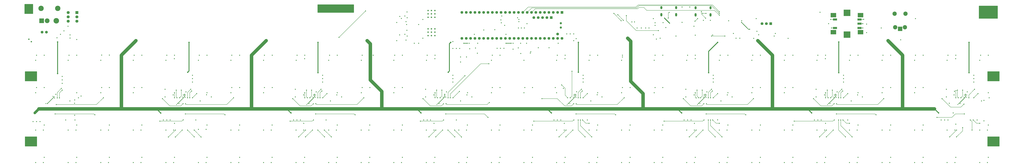
<source format=gbr>
%TF.GenerationSoftware,KiCad,Pcbnew,8.0.6*%
%TF.CreationDate,2025-09-01T21:23:37+02:00*%
%TF.ProjectId,JANKO_KICAD_5,4a414e4b-4f5f-44b4-9943-41445f352e6b,rev?*%
%TF.SameCoordinates,Original*%
%TF.FileFunction,Copper,L1,Top*%
%TF.FilePolarity,Positive*%
%FSLAX46Y46*%
G04 Gerber Fmt 4.6, Leading zero omitted, Abs format (unit mm)*
G04 Created by KiCad (PCBNEW 8.0.6) date 2025-09-01 21:23:37*
%MOMM*%
%LPD*%
G01*
G04 APERTURE LIST*
%TA.AperFunction,ComponentPad*%
%ADD10R,1.750000X1.750000*%
%TD*%
%TA.AperFunction,ComponentPad*%
%ADD11C,1.750000*%
%TD*%
%TA.AperFunction,ComponentPad*%
%ADD12C,1.600000*%
%TD*%
%TA.AperFunction,ComponentPad*%
%ADD13R,1.600000X1.600000*%
%TD*%
%TA.AperFunction,ComponentPad*%
%ADD14C,1.300000*%
%TD*%
%TA.AperFunction,SMDPad,CuDef*%
%ADD15R,2.400000X1.300000*%
%TD*%
%TA.AperFunction,SMDPad,CuDef*%
%ADD16R,4.000000X3.750000*%
%TD*%
%TA.AperFunction,SMDPad,CuDef*%
%ADD17R,3.200000X2.500000*%
%TD*%
%TA.AperFunction,ComponentPad*%
%ADD18R,2.800000X2.800000*%
%TD*%
%TA.AperFunction,ComponentPad*%
%ADD19C,3.225000*%
%TD*%
%TA.AperFunction,ComponentPad*%
%ADD20C,2.800000*%
%TD*%
%TA.AperFunction,ComponentPad*%
%ADD21C,3.135000*%
%TD*%
%TA.AperFunction,ComponentPad*%
%ADD22R,2.500000X2.500000*%
%TD*%
%TA.AperFunction,ComponentPad*%
%ADD23C,2.500000*%
%TD*%
%TA.AperFunction,ComponentPad*%
%ADD24R,1.635000X1.635000*%
%TD*%
%TA.AperFunction,ComponentPad*%
%ADD25C,1.635000*%
%TD*%
%TA.AperFunction,ComponentPad*%
%ADD26O,1.200000X2.000000*%
%TD*%
%TA.AperFunction,ComponentPad*%
%ADD27O,1.200000X1.800000*%
%TD*%
%TA.AperFunction,ViaPad*%
%ADD28C,0.600000*%
%TD*%
%TA.AperFunction,ViaPad*%
%ADD29C,0.500000*%
%TD*%
%TA.AperFunction,ViaPad*%
%ADD30C,0.800000*%
%TD*%
%TA.AperFunction,Conductor*%
%ADD31C,0.200000*%
%TD*%
%TA.AperFunction,Conductor*%
%ADD32C,0.500000*%
%TD*%
%TA.AperFunction,Conductor*%
%ADD33C,0.300000*%
%TD*%
%TA.AperFunction,Conductor*%
%ADD34C,2.000000*%
%TD*%
%TA.AperFunction,Conductor*%
%ADD35C,1.500000*%
%TD*%
%TA.AperFunction,Conductor*%
%ADD36C,0.350000*%
%TD*%
G04 APERTURE END LIST*
D10*
%TO.P,S4,1,NO_1*%
%TO.N,Net-(S4-NO_1)*%
X31040000Y94540000D03*
D11*
%TO.P,S4,2,COM_1*%
%TO.N,/VCC*%
X31040000Y92000000D03*
%TO.P,S4,3,NC_1*%
%TO.N,GND*%
X31040000Y89460000D03*
%TO.P,S4,4,NO_2*%
%TO.N,Net-(S4-NO_1)*%
X25960000Y94540000D03*
%TO.P,S4,5,COM_2*%
%TO.N,/VCC*%
X25960000Y92000000D03*
%TO.P,S4,6,NC_2*%
%TO.N,GND*%
X25960000Y89460000D03*
%TD*%
D12*
%TO.P,C3,1,1*%
%TO.N,Net-(D1-K)*%
X10729999Y83000000D03*
%TO.P,C3,2,2*%
%TO.N,GND*%
X13270001Y83000000D03*
%TD*%
D13*
%TO.P,U3,1,GND*%
%TO.N,GND*%
X314210000Y94620000D03*
D12*
%TO.P,U3,2,0_RX1_CRX2_CS1*%
%TO.N,unconnected-(U3-0_RX1_CRX2_CS1-Pad2)*%
X311670000Y94620000D03*
%TO.P,U3,3,1_TX1_CTX2_MISO1*%
%TO.N,unconnected-(U3-1_TX1_CTX2_MISO1-Pad3)*%
X309130000Y94620000D03*
%TO.P,U3,4,2_OUT2*%
%TO.N,/HOST_UFP*%
X306590000Y94620000D03*
%TO.P,U3,5,3_LRCLK2*%
%TO.N,/DEVICE_HIGH*%
X304050000Y94620000D03*
%TO.P,U3,6,4_BCLK2*%
%TO.N,/+O*%
X301510000Y94620000D03*
%TO.P,U3,7,5_IN2*%
%TO.N,/-O*%
X298970000Y94620000D03*
%TO.P,U3,8,6_OUT1D*%
%TO.N,/p1*%
X296430000Y94620000D03*
%TO.P,U3,9,7_RX2_OUT1A*%
%TO.N,/p2*%
X293890000Y94620000D03*
%TO.P,U3,10,8_TX2_IN1*%
%TO.N,/p3*%
X291350000Y94620000D03*
%TO.P,U3,11,9_OUT1C*%
%TO.N,unconnected-(U3-9_OUT1C-Pad11)*%
X288810000Y94620000D03*
%TO.P,U3,12,10_CS_MQSR*%
%TO.N,/LED_2_IN*%
X286270000Y94620000D03*
%TO.P,U3,13,11_MOSI_CTX1*%
%TO.N,unconnected-(U3-11_MOSI_CTX1-Pad13)*%
X283730000Y94620000D03*
%TO.P,U3,14,12_MISO_MQSL*%
%TO.N,/LED_1_IN*%
X281190000Y94620000D03*
%TO.P,U3,15,3V3*%
%TO.N,unconnected-(U3-3V3-Pad15)*%
X278650000Y94620000D03*
%TO.P,U3,16,24_A10_TX6_SCL2*%
%TO.N,unconnected-(U3-24_A10_TX6_SCL2-Pad16)*%
X276110000Y94620000D03*
%TO.P,U3,17,25_A11_RX6_SDA2*%
%TO.N,unconnected-(U3-25_A11_RX6_SDA2-Pad17)*%
X273570000Y94620000D03*
%TO.P,U3,18,26_A12_MOSI1*%
%TO.N,unconnected-(U3-26_A12_MOSI1-Pad18)*%
X271030000Y94620000D03*
%TO.P,U3,19,27_A13_SCK1*%
%TO.N,unconnected-(U3-27_A13_SCK1-Pad19)*%
X268490000Y94620000D03*
%TO.P,U3,20,28_RX7*%
%TO.N,unconnected-(U3-28_RX7-Pad20)*%
X265950000Y94620000D03*
%TO.P,U3,21,29_TX7*%
%TO.N,unconnected-(U3-29_TX7-Pad21)*%
X263410000Y94620000D03*
%TO.P,U3,22,30_CRX3*%
%TO.N,unconnected-(U3-30_CRX3-Pad22)*%
X260870000Y94620000D03*
%TO.P,U3,23,31_CTX3*%
%TO.N,unconnected-(U3-31_CTX3-Pad23)*%
X258330000Y94620000D03*
%TO.P,U3,24,32_OUT1B*%
%TO.N,unconnected-(U3-32_OUT1B-Pad24)*%
X255790000Y94620000D03*
%TO.P,U3,25,33_MCLK2*%
%TO.N,unconnected-(U3-33_MCLK2-Pad25)*%
X255790000Y79380000D03*
%TO.P,U3,26,34_RX8*%
%TO.N,/MUX2_S1*%
X258330000Y79380000D03*
%TO.P,U3,27,35_TX8*%
%TO.N,/MUX2_S0*%
X260870000Y79380000D03*
%TO.P,U3,28,36_CS*%
%TO.N,/MUX2_S2*%
X263410000Y79380000D03*
%TO.P,U3,29,37_CS*%
%TO.N,/MUX2_S3*%
X265950000Y79380000D03*
%TO.P,U3,30,38_CS1_IN1*%
%TO.N,/OPA4_ADC*%
X268490000Y79380000D03*
%TO.P,U3,31,39_MISO1_OUT1A*%
%TO.N,/OPA3_ADC*%
X271030000Y79380000D03*
%TO.P,U3,32,40_A16*%
%TO.N,/OPA2_ADC*%
X273570000Y79380000D03*
%TO.P,U3,33,41_A17*%
%TO.N,/OPA1_ADC*%
X276110000Y79380000D03*
%TO.P,U3,34,GND*%
%TO.N,GND*%
X278650000Y79380000D03*
%TO.P,U3,35,13_SCK_LED*%
%TO.N,unconnected-(U3-13_SCK_LED-Pad35)*%
X281190000Y79380000D03*
%TO.P,U3,36,14_A0_TX3_SPDIF_OUT*%
%TO.N,/MUX1_S3*%
X283730000Y79380000D03*
%TO.P,U3,37,15_A1_RX3_SPDIF_IN*%
%TO.N,/MUX1_S2*%
X286270000Y79380000D03*
%TO.P,U3,38,16_A2_RX4_SCL1*%
%TO.N,/MUX1_S0*%
X288810000Y79380000D03*
%TO.P,U3,39,17_A3_TX4_SDA1*%
%TO.N,/MUX1_S1*%
X291350000Y79380000D03*
%TO.P,U3,40,18_A4_SDA*%
%TO.N,unconnected-(U3-18_A4_SDA-Pad40)*%
X293890000Y79380000D03*
%TO.P,U3,41,19_A5_SCL*%
%TO.N,unconnected-(U3-19_A5_SCL-Pad41)*%
X296430000Y79380000D03*
%TO.P,U3,42,20_A6_TX5_LRCLK1*%
%TO.N,/OPA5_ADC*%
X298970000Y79380000D03*
%TO.P,U3,43,21_A7_RX5_BCLK1*%
%TO.N,/OPA6_ADC*%
X301510000Y79380000D03*
%TO.P,U3,44,22_A8_CTX1*%
%TO.N,/OPA7_ADC*%
X304050000Y79380000D03*
%TO.P,U3,45,23_A9_CRX1_MCLK1*%
%TO.N,/OPA8_ADC*%
X306590000Y79380000D03*
%TO.P,U3,46,3V3*%
%TO.N,unconnected-(U3-3V3-Pad46)*%
X309130000Y79380000D03*
%TO.P,U3,47,GND*%
%TO.N,GND*%
X311670000Y79380000D03*
%TO.P,U3,48,VIN*%
%TO.N,/5v*%
X314210000Y79380000D03*
%TO.P,U3,49,VUSB*%
%TO.N,unconnected-(U3-VUSB-Pad49)*%
X311670000Y81920000D03*
D13*
%TO.P,U3,55,5V*%
%TO.N,unconnected-(U3-5V-Pad55)*%
X307910800Y91569200D03*
D12*
%TO.P,U3,56,D-*%
%TO.N,Net-(R7-Pad2)*%
X305370800Y91569200D03*
%TO.P,U3,57,D+*%
%TO.N,Net-(R27-Pad2)*%
X302830800Y91569200D03*
%TO.P,U3,58,GND*%
%TO.N,GND*%
X300290800Y91569200D03*
%TO.P,U3,59,GND*%
X297750800Y91569200D03*
D14*
%TO.P,U3,66,D-*%
%TO.N,/D_D1-*%
X313480000Y85730000D03*
%TO.P,U3,67,D+*%
%TO.N,/D_D1+*%
X313480000Y88270000D03*
%TD*%
D15*
%TO.P,U2,A1,A1*%
%TO.N,/R_ho*%
X487800000Y85500000D03*
%TO.P,U2,B1,B1*%
%TO.N,/R_antiho*%
X487800000Y90500000D03*
%TO.P,U2,C1,C1*%
%TO.N,GND*%
X487800000Y88000000D03*
%TO.P,U2,D1,COM*%
X473500000Y85500000D03*
%TO.P,U2,E1,NO*%
%TO.N,/Bouton_encodeur*%
X473500000Y90500000D03*
D16*
%TO.P,U2,MP1,MP1*%
%TO.N,unconnected-(U2-PadMP1)*%
X480500000Y81625000D03*
%TO.P,U2,MP2,MP2*%
%TO.N,unconnected-(U2-PadMP2)*%
X480500000Y94375000D03*
D17*
%TO.P,U2,MP3,MP3*%
%TO.N,unconnected-(U2-PadMP3)*%
X472600000Y83000000D03*
%TO.P,U2,MP4,MP4*%
%TO.N,unconnected-(U2-PadMP4)*%
X472600000Y93000000D03*
%TO.P,U2,MP5,MP5*%
%TO.N,unconnected-(U2-PadMP5)*%
X488400000Y83000000D03*
%TO.P,U2,MP6,MP6*%
%TO.N,unconnected-(U2-PadMP6)*%
X488400000Y93000000D03*
%TD*%
D18*
%TO.P,J1,1,1*%
%TO.N,6V*%
X10492000Y89700000D03*
D19*
%TO.P,J1,2,2*%
%TO.N,GND*%
X18992000Y89700000D03*
D20*
%TO.P,J1,3,3*%
X13692000Y89700000D03*
D21*
%TO.P,J1,4,MH1*%
X10092000Y97000000D03*
%TO.P,J1,5,MH2*%
X19892000Y97000000D03*
%TD*%
D22*
%TO.P,J2,1,SLEEVE*%
%TO.N,GND*%
X511500000Y85000000D03*
D23*
%TO.P,J2,2,TIP*%
%TO.N,/p3*%
X514700000Y93880000D03*
%TO.P,J2,3,RING_1*%
%TO.N,/p1*%
X508650000Y85880000D03*
%TO.P,J2,4,RING_2*%
%TO.N,/p2*%
X514350000Y85880000D03*
%TO.P,J2,5,NC*%
%TO.N,unconnected-(J2-NC-Pad5)*%
X508300000Y93880000D03*
%TD*%
D24*
%TO.P,S1,1,NC_R*%
%TO.N,/-O*%
X436040000Y88000000D03*
D25*
%TO.P,S1,2,COM*%
%TO.N,GND*%
X433500000Y88000000D03*
%TO.P,S1,3,NO_L*%
%TO.N,/+O*%
X430960000Y88000000D03*
%TD*%
D26*
%TO.P,HOST1,0,SH*%
%TO.N,GND*%
X372175000Y93245500D03*
%TO.P,HOST1,1,SH*%
X380825000Y93245500D03*
D27*
%TO.P,HOST1,2,SH*%
X380825000Y97425500D03*
%TO.P,HOST1,3,SH*%
X372175000Y97425500D03*
%TD*%
D26*
%TO.P,DEVICE1,0,SH*%
%TO.N,GND*%
X392175000Y93171000D03*
%TO.P,DEVICE1,1,SH*%
X400825000Y93171000D03*
D27*
%TO.P,DEVICE1,2,SH*%
X400825000Y97351000D03*
%TO.P,DEVICE1,3,SH*%
X392175000Y97351000D03*
%TD*%
D28*
%TO.N,GND*%
X387500000Y69500000D03*
X449000000Y28500000D03*
X273550000Y50500000D03*
X49500000Y6500000D03*
X223181250Y89181250D03*
X144500000Y25500000D03*
X121000000Y66500000D03*
X410500000Y25500000D03*
D29*
X394700337Y41086357D03*
D28*
X263675000Y73750000D03*
D29*
X472807923Y44875000D03*
D28*
X250500000Y57750000D03*
X7000000Y47501000D03*
X23475000Y83750000D03*
X481000000Y31500000D03*
X233000000Y79500000D03*
X372500000Y25500000D03*
X330500000Y69500000D03*
D29*
X322351000Y44875000D03*
D28*
X326500000Y55750000D03*
X202000000Y9500000D03*
X125500000Y6500000D03*
X27050000Y79550000D03*
X391250000Y86500000D03*
X107000000Y9500000D03*
X326500000Y53750000D03*
X537500000Y31500000D03*
X239450000Y46175000D03*
X239500000Y25500000D03*
X402500000Y57750000D03*
X486500000Y25500000D03*
X400750000Y90000000D03*
X492000000Y87750000D03*
X525000000Y28500000D03*
X426100000Y79350000D03*
X255000000Y65500000D03*
X83500000Y69500000D03*
X467500000Y25500000D03*
X406000000Y66500000D03*
D29*
X398385519Y46125000D03*
D28*
X368000000Y47500000D03*
X520000000Y66500000D03*
X159050000Y66500000D03*
X501000000Y66500000D03*
X384250000Y88750000D03*
X425500000Y69500000D03*
X183000000Y28500000D03*
X11500000Y25500000D03*
X312000000Y76500000D03*
X372500000Y6500000D03*
X306625000Y73875000D03*
X273050000Y66500000D03*
X87500000Y25500000D03*
D29*
X550400520Y46125000D03*
D28*
X144500000Y6500000D03*
X278300000Y73550000D03*
X31000000Y78750000D03*
X21475000Y81750000D03*
X197050000Y47500000D03*
X562500000Y6500000D03*
X94750000Y48000000D03*
X430000000Y9500000D03*
X11500000Y6500000D03*
X83500000Y31500000D03*
X107000000Y28500000D03*
X428000000Y83500000D03*
X202000000Y28500000D03*
X197550000Y50500000D03*
X98500000Y55750000D03*
X353500000Y25500000D03*
X121000000Y47500000D03*
X311500000Y69500000D03*
X489750000Y88000000D03*
X487000000Y47500000D03*
X223700000Y84100000D03*
X411000000Y47500000D03*
X12000000Y28500000D03*
X197050000Y66500000D03*
D29*
X317224965Y40500000D03*
D28*
X5000000Y99000000D03*
X64500000Y50500000D03*
D29*
X469223955Y40500000D03*
D28*
X69000000Y28500000D03*
X7500000Y69500000D03*
X106500000Y6500000D03*
X506000000Y28500000D03*
X140550000Y50500000D03*
D29*
X89223965Y40500000D03*
D28*
X467400000Y46175000D03*
X87293336Y46175000D03*
X539500000Y31500000D03*
X81500000Y31500000D03*
X563500000Y44500000D03*
X396750000Y90000000D03*
D29*
X94399520Y46125000D03*
D28*
X260000000Y76500000D03*
X487000000Y28500000D03*
X178550000Y69500000D03*
X464750000Y94750000D03*
X524500000Y25500000D03*
X216550000Y50500000D03*
D29*
X18000000Y44250000D03*
D28*
X425000000Y66500000D03*
X7250000Y16500000D03*
D29*
X398325895Y44860892D03*
D28*
X29750000Y34250000D03*
X402500000Y55750000D03*
X334500000Y6500000D03*
X106500000Y26000000D03*
X176500000Y31500000D03*
X313500000Y31500000D03*
D29*
X90714337Y41086357D03*
D28*
X296002983Y71508949D03*
X448500000Y6500000D03*
X471500000Y85500000D03*
X387500000Y31500000D03*
X413500000Y45000000D03*
X87500000Y6500000D03*
X419087500Y89750000D03*
X1000000Y94250000D03*
X140050000Y47500000D03*
X250500000Y73500000D03*
X368500000Y88500000D03*
X45500000Y69525000D03*
X263000000Y81750000D03*
X22500000Y53000000D03*
X45500000Y50500000D03*
X316000000Y9500000D03*
X335000000Y9500000D03*
D29*
X242715337Y41086357D03*
D28*
X544157844Y48657844D03*
X558000000Y91500000D03*
X182500000Y25500000D03*
X45000000Y47500000D03*
X556500000Y31500000D03*
X29775000Y43225000D03*
X478500000Y53750000D03*
X311500000Y31500000D03*
X49500000Y25500000D03*
D29*
X246351000Y44875000D03*
D28*
X289000000Y90500000D03*
X330000000Y66500000D03*
X278000000Y28500000D03*
X463500000Y69500000D03*
X462500000Y49500000D03*
X293500000Y76500000D03*
X239500000Y29500000D03*
D29*
X470716337Y41086357D03*
D28*
X183050000Y47500000D03*
X273050000Y47500000D03*
X296500000Y6500000D03*
X29725000Y41275000D03*
X252500000Y31500000D03*
X326500000Y57750000D03*
X1000000Y99000000D03*
X126000000Y28500000D03*
D29*
X545224965Y40500000D03*
D28*
X335000000Y28500000D03*
X391500000Y6500000D03*
X349500000Y50500000D03*
D29*
X17097762Y45328296D03*
D28*
X467500000Y6500000D03*
X500500000Y85500000D03*
X461500000Y31500000D03*
X292000000Y66500000D03*
D29*
X548806923Y44875000D03*
X474401519Y46125000D03*
D28*
X411000000Y9500000D03*
X222500000Y92500000D03*
X174500000Y53750000D03*
X543500000Y6500000D03*
X265000000Y76500000D03*
X373000000Y9500000D03*
X83000000Y66500000D03*
X520000000Y47500000D03*
X349500000Y69500000D03*
X427500000Y91000000D03*
X220500000Y25500000D03*
X368500000Y87000000D03*
X98500000Y53750000D03*
X368500000Y50500000D03*
X24500000Y31500000D03*
X562500000Y25500000D03*
X174500000Y57750000D03*
X201500000Y6500000D03*
X563000000Y9500000D03*
X337500000Y45000000D03*
X550750000Y48000000D03*
X33500000Y45500000D03*
X221000000Y28500000D03*
X264800000Y70700000D03*
X438000000Y80750000D03*
X288750000Y85500000D03*
X285650000Y76500000D03*
D29*
X244806923Y44875000D03*
D28*
X535500000Y31500000D03*
X174500000Y55750000D03*
X254500000Y73500000D03*
X392000000Y9500000D03*
X102500000Y69500000D03*
X185550000Y45000000D03*
X125500000Y25500000D03*
X368500000Y69500000D03*
X402175000Y81350000D03*
D29*
X169101481Y46125000D03*
D28*
X1250000Y16500000D03*
X239500000Y6500000D03*
X478500000Y55750000D03*
X219500000Y92225000D03*
X429500000Y6500000D03*
D29*
X397086481Y46125000D03*
D28*
X27000000Y42650000D03*
X235500000Y31500000D03*
X5000000Y94250000D03*
X31000000Y9500000D03*
X367500000Y91000000D03*
X446125000Y79350000D03*
X482500000Y69500000D03*
D29*
X12965460Y41100000D03*
D28*
X300375000Y73875000D03*
X329000000Y31500000D03*
X164000000Y9500000D03*
X163500000Y6500000D03*
X425000000Y47500000D03*
X26500000Y69500000D03*
X234550000Y49500000D03*
X297000000Y28500000D03*
X281500000Y81750000D03*
X398750000Y48000000D03*
X255000000Y68500000D03*
D29*
X549000000Y46125000D03*
D28*
X292000000Y47500000D03*
X161500000Y31500000D03*
X563000000Y21250000D03*
X539000000Y66500000D03*
X501500000Y50500000D03*
X220500000Y6500000D03*
X520500000Y69500000D03*
X159500000Y31500000D03*
X223181250Y78406250D03*
X292250000Y85500000D03*
X444500000Y50500000D03*
X7000000Y66500000D03*
D29*
X94350000Y44875000D03*
D28*
X233500000Y31500000D03*
X487000000Y9500000D03*
X542500000Y35600000D03*
X7250000Y21250000D03*
X525000000Y9500000D03*
X64000000Y66500000D03*
X387000000Y66500000D03*
X140050000Y66500000D03*
X391500000Y29500000D03*
X64500000Y69500000D03*
X290000000Y76500000D03*
X558500000Y69500000D03*
X559000000Y42650000D03*
X25900000Y86500000D03*
X444000000Y66500000D03*
X360500000Y85500000D03*
X374750000Y85750000D03*
X388750000Y97750000D03*
X100500000Y31500000D03*
X278750000Y88500000D03*
X405015000Y31515000D03*
X563000000Y16500000D03*
X391500000Y25500000D03*
X369250000Y79000000D03*
X354000000Y28500000D03*
X145000000Y28500000D03*
X220448682Y91051317D03*
X558000000Y66500000D03*
X268500000Y84325000D03*
X223850000Y91500000D03*
X415750000Y79500000D03*
X469750000Y88000000D03*
X216050000Y66500000D03*
X277500000Y6500000D03*
X126000000Y9500000D03*
X373171028Y88650000D03*
X217725000Y88725000D03*
X364950735Y85450735D03*
X182500000Y6500000D03*
X69000000Y9500000D03*
X368000000Y66500000D03*
X353500000Y6500000D03*
X278000000Y9500000D03*
X103000000Y42650000D03*
X554500000Y55750000D03*
X558000000Y98000000D03*
X373000000Y28500000D03*
X1250000Y21250000D03*
X259050000Y47500000D03*
X315500000Y29500000D03*
X98500000Y57750000D03*
X102000000Y66500000D03*
X391293336Y46175000D03*
X311000000Y47500000D03*
X505500000Y25500000D03*
X7500000Y30500000D03*
X544000000Y9500000D03*
X68500000Y6500000D03*
X237500000Y31500000D03*
X250500000Y55750000D03*
X221000000Y9500000D03*
X520500000Y91000000D03*
X489500000Y45000000D03*
X371500000Y79500000D03*
D29*
X393209965Y40500000D03*
D28*
X506000000Y9500000D03*
X223850000Y80725000D03*
X163500000Y25500000D03*
X64000000Y47500000D03*
X250500000Y53750000D03*
X492000000Y82750000D03*
X406500000Y69500000D03*
D29*
X170400520Y46125000D03*
D28*
X107000000Y47500000D03*
X260325000Y73250000D03*
X354000000Y9500000D03*
D29*
X166715337Y41086357D03*
D28*
X223500000Y87500000D03*
X430000000Y28500000D03*
X19475000Y79750000D03*
X85500000Y31500000D03*
X425500000Y50500000D03*
X483000000Y42650000D03*
D30*
X3000000Y78890501D03*
D28*
X465500000Y31500000D03*
X418000000Y79500000D03*
X285672702Y73077298D03*
X197550000Y69500000D03*
X255000000Y42650000D03*
X183000000Y9500000D03*
X29950000Y31450000D03*
X157500000Y31500000D03*
X543500000Y25500000D03*
X363000000Y85500000D03*
X280300000Y73550000D03*
X273550000Y69500000D03*
X145000000Y9500000D03*
X568000000Y98000000D03*
X276300000Y73550000D03*
D29*
X474341895Y44860892D03*
D28*
X235050000Y66500000D03*
X261550000Y45000000D03*
X179000000Y42650000D03*
X290500000Y85500000D03*
X474750000Y48000000D03*
D29*
X170351000Y44875000D03*
D28*
X45000000Y66525000D03*
X568000000Y91500000D03*
X288689798Y73764798D03*
D29*
X396791923Y44875000D03*
D28*
X140550000Y69500000D03*
X310275000Y50500000D03*
X482000000Y66500000D03*
X349000000Y47500000D03*
X109500000Y45000000D03*
D29*
X473102481Y46125000D03*
D28*
X349000000Y66500000D03*
X50000000Y9500000D03*
X385500000Y31500000D03*
X170750000Y48000000D03*
X228000000Y76500000D03*
X321000000Y82000000D03*
X563000000Y28500000D03*
X486500000Y6500000D03*
X216550000Y69500000D03*
X159550000Y69500000D03*
X223750000Y94900000D03*
X554500000Y53750000D03*
X463000000Y66500000D03*
X235550000Y69500000D03*
X334500000Y25500000D03*
X520500000Y50500000D03*
X277500000Y25500000D03*
X468000000Y9500000D03*
D29*
X165224965Y40500000D03*
D28*
X259000000Y28500000D03*
D30*
X4470000Y77420501D03*
D28*
X569000000Y16500000D03*
X358000000Y85500000D03*
D29*
X168806923Y44875000D03*
X241224965Y40500000D03*
D28*
X331000000Y42650000D03*
X384250000Y97750000D03*
X309500000Y31500000D03*
X233000000Y90500000D03*
X524500000Y6500000D03*
X478500000Y57750000D03*
X402500000Y53750000D03*
X380744034Y80750000D03*
X30500000Y6500000D03*
X12000000Y9500000D03*
X311000000Y66500000D03*
X258500000Y25500000D03*
X297000000Y9500000D03*
X463500000Y31500000D03*
X201500000Y25500000D03*
X178050000Y66500000D03*
X31000000Y47500000D03*
X68500000Y25500000D03*
X386500000Y49500000D03*
X505500000Y6500000D03*
X217725000Y78000000D03*
X258500000Y6500000D03*
X222500000Y81725000D03*
D29*
X321101481Y46125000D03*
D28*
X121500000Y69500000D03*
D29*
X550340895Y44860892D03*
D28*
X315500000Y25500000D03*
X407000000Y42650000D03*
X274935202Y84435202D03*
X5500000Y30500000D03*
D29*
X93100481Y46125000D03*
D28*
X448500000Y25500000D03*
X121500000Y50500000D03*
D29*
X318715337Y41086357D03*
D28*
X322700000Y48050000D03*
X292500000Y50500000D03*
X444500000Y69500000D03*
X429500000Y25500000D03*
X9500000Y30500000D03*
X88000000Y29500000D03*
X216050000Y47500000D03*
X540225000Y41275000D03*
X259000000Y9500000D03*
X444000000Y47500000D03*
X278500000Y90200000D03*
D29*
X546715337Y41086357D03*
D28*
X315500000Y6500000D03*
X449000000Y9500000D03*
X252500000Y73500000D03*
X389500000Y31500000D03*
X246750000Y48000000D03*
D29*
X92805923Y44875000D03*
D28*
X31000000Y28500000D03*
X554500000Y57750000D03*
D29*
X320806923Y44875000D03*
D28*
X468000000Y29500000D03*
X501000000Y47500000D03*
X539500000Y69500000D03*
X290100000Y70500000D03*
X511887500Y78500000D03*
X18750000Y46500000D03*
X544000000Y29000000D03*
X88000000Y9500000D03*
X163500000Y29500000D03*
X22500000Y57000000D03*
X279000000Y92500000D03*
X563000000Y47500000D03*
X288250000Y91500000D03*
X82500000Y49500000D03*
X560500000Y31000000D03*
X219450000Y81450000D03*
X335000000Y47500000D03*
X538500000Y49500000D03*
X163343336Y46175000D03*
X50000000Y28500000D03*
X543000000Y46175000D03*
X7500000Y50501000D03*
X26000000Y66500000D03*
X317000000Y82000000D03*
X569000000Y21250000D03*
X411000000Y28500000D03*
X319000000Y82000000D03*
X30500000Y25500000D03*
X296500000Y25500000D03*
X240000000Y9500000D03*
D29*
X322400520Y46125000D03*
D28*
X501500000Y69500000D03*
X158550000Y49500000D03*
X22500000Y55000000D03*
X410500000Y6500000D03*
D30*
%TO.N,/5v*%
X504500000Y78000000D03*
D28*
X293725000Y88025000D03*
D30*
X534000000Y35600000D03*
D28*
X230500000Y87500000D03*
D30*
X405000000Y77000000D03*
X459912500Y35600000D03*
X352500000Y79500000D03*
X399750000Y59250000D03*
X249250000Y77000000D03*
X238000000Y91750000D03*
D28*
X414250000Y82275000D03*
D30*
X231912500Y35600000D03*
X201500000Y77000000D03*
D28*
X281500000Y76500000D03*
X250500000Y77500000D03*
X322475000Y79225000D03*
D30*
X428500000Y78000000D03*
D28*
X392000000Y81250000D03*
D30*
X240000000Y93750000D03*
X80000000Y35500000D03*
D28*
X438750000Y82250000D03*
D30*
X236000000Y91750000D03*
X238000000Y95725000D03*
D28*
X411425000Y89750000D03*
D30*
X429750000Y76750000D03*
D28*
X256825000Y76500000D03*
X192250000Y98750000D03*
D30*
X551750000Y59250000D03*
X323750000Y59500000D03*
D28*
X172000000Y98750000D03*
D30*
X19750000Y58750000D03*
D28*
X259000000Y76500000D03*
D30*
X551750000Y77000000D03*
D28*
X321000000Y78000000D03*
D30*
X354325000Y77675000D03*
D28*
X355000000Y89000000D03*
D30*
X240000000Y95725000D03*
X200500000Y78000000D03*
X236000000Y93750000D03*
X96500000Y77000000D03*
X236000000Y95725000D03*
D28*
X280750000Y87000000D03*
D30*
X240000000Y91750000D03*
X475750000Y77250000D03*
X65500000Y78000000D03*
X308000000Y35600000D03*
D28*
X284500000Y76500000D03*
D30*
X95750000Y59500000D03*
D28*
X192250000Y95000000D03*
D30*
X171725000Y59250000D03*
D28*
X367550000Y81500000D03*
D30*
X19750000Y77250000D03*
X140250000Y76750000D03*
X64250000Y76750000D03*
X475750000Y59250000D03*
X384000000Y35600000D03*
D28*
X289000000Y89250000D03*
D30*
X247750000Y59500000D03*
X156000000Y35600000D03*
D28*
X429000000Y81500000D03*
X356500000Y89000000D03*
D30*
X323750000Y77000000D03*
X6500000Y35600000D03*
D28*
X27050000Y81450000D03*
D30*
X141500000Y78000000D03*
D28*
X172000000Y95000000D03*
D30*
X505750000Y76750000D03*
X238000000Y93750000D03*
X171750000Y77000000D03*
D28*
%TO.N,/1_3*%
X19635000Y44450000D03*
X22025000Y49975000D03*
%TO.N,/1_4*%
X20905000Y44450000D03*
X22525000Y48975000D03*
%TO.N,/1_8*%
X46500000Y44500000D03*
X19000000Y40500000D03*
%TO.N,/1_12*%
X18365000Y35000000D03*
X41500000Y34500000D03*
%TO.N,/2_1*%
X89000000Y49000000D03*
X89500000Y44500000D03*
%TO.N,/2_2*%
X92000000Y49000000D03*
X91000000Y44500000D03*
%TO.N,/2_3*%
X97500000Y49500000D03*
X95635000Y44500000D03*
%TO.N,/2_4*%
X98000000Y48500000D03*
X96905000Y44500000D03*
%TO.N,/2_5*%
X81000000Y44000000D03*
X93000000Y41000000D03*
%TO.N,/2_6*%
X88000000Y44500000D03*
X88000000Y47500000D03*
%TO.N,/2_7*%
X101000000Y47000000D03*
X98500000Y44500000D03*
%TO.N,/2_8*%
X122481250Y44518750D03*
X94481250Y40981250D03*
%TO.N,/2_9*%
X93095000Y31550000D03*
X79500000Y30800000D03*
%TO.N,/2_12*%
X117475000Y34475000D03*
X94365000Y35000000D03*
%TO.N,/2_13*%
X84500000Y21500000D03*
X88500000Y25500000D03*
%TO.N,/2_14*%
X88500000Y21500000D03*
X92500000Y25500000D03*
%TO.N,/2_15*%
X95635000Y25500000D03*
X99567500Y21567500D03*
%TO.N,/2_16*%
X103500000Y21500000D03*
X99500000Y25500000D03*
%TO.N,/3_1*%
X165550000Y44500000D03*
X165050000Y49000000D03*
%TO.N,/3_2*%
X167050000Y44500000D03*
X168050000Y49000000D03*
%TO.N,/3_3*%
X173550000Y49500000D03*
X171685000Y44500000D03*
%TO.N,/3_4*%
X172955000Y44500000D03*
X174050000Y48500000D03*
%TO.N,/3_5*%
X169025000Y40975000D03*
X157050000Y44000000D03*
%TO.N,/3_6*%
X164050000Y47500000D03*
X164050000Y44500000D03*
%TO.N,/3_7*%
X174550000Y44500000D03*
X177050000Y47000000D03*
%TO.N,/3_8*%
X170506250Y41006250D03*
X198506250Y44493750D03*
%TO.N,/3_9*%
X155500000Y30750000D03*
X169095000Y31500000D03*
%TO.N,/3_12*%
X170365000Y35050000D03*
X193475000Y34525000D03*
%TO.N,/3_13*%
X164500000Y25550000D03*
X160500000Y21550000D03*
%TO.N,/3_14*%
X164475000Y21525000D03*
X168500000Y25550000D03*
%TO.N,/3_15*%
X175592500Y21592500D03*
X171635000Y25550000D03*
%TO.N,/3_16*%
X175500000Y25550000D03*
X179525000Y21525000D03*
%TO.N,/4_1*%
X241500000Y44500000D03*
X241050000Y49000000D03*
%TO.N,/4_2*%
X244050000Y49000000D03*
X243050000Y44500000D03*
%TO.N,/4_3*%
X257550000Y57500000D03*
X247685000Y44500000D03*
%TO.N,/4_4*%
X248955000Y44500000D03*
X271500000Y64500000D03*
%TO.N,/4_5*%
X245025000Y40975000D03*
X233050000Y44000000D03*
%TO.N,/4_6*%
X240050000Y44550000D03*
X240050000Y47500000D03*
%TO.N,/4_7*%
X250550000Y44500000D03*
X254275000Y48225000D03*
%TO.N,/4_8*%
X246506250Y41006250D03*
X271756250Y41743750D03*
%TO.N,/4_9*%
X245095000Y31500000D03*
X231500000Y30750000D03*
%TO.N,/4_12*%
X246365000Y35050000D03*
X271000000Y33000000D03*
%TO.N,/4_13*%
X240500000Y25550000D03*
X236500000Y21550000D03*
%TO.N,/4_14*%
X240475000Y21525000D03*
X244500000Y25550000D03*
%TO.N,/4_15*%
X247635000Y25550000D03*
X251592500Y21592500D03*
%TO.N,/4_16*%
X251500000Y25550000D03*
X255500000Y21500000D03*
%TO.N,/5_1*%
X317500000Y44500000D03*
X314000000Y52000000D03*
%TO.N,/5_2*%
X320000000Y60050000D03*
X319000000Y44500000D03*
%TO.N,/5_3*%
X323635000Y44500000D03*
X325500000Y49500000D03*
%TO.N,/5_4*%
X324905000Y44500000D03*
X326000000Y48500000D03*
%TO.N,/5_5*%
X321000000Y41000000D03*
X302500000Y44000000D03*
%TO.N,/5_7*%
X326500000Y44500000D03*
X329000000Y47000000D03*
%TO.N,/5_8*%
X322481250Y40981250D03*
X350481250Y44518750D03*
%TO.N,/5_9*%
X297750000Y30750000D03*
X321095000Y31500000D03*
%TO.N,/5_11*%
X326175000Y31500000D03*
X330000000Y29500000D03*
%TO.N,/5_12*%
X345475000Y34525000D03*
X322365000Y35050000D03*
%TO.N,/5_13*%
X312500000Y21550000D03*
X316500000Y25550000D03*
%TO.N,/5_14*%
X320500000Y25550000D03*
X316475000Y21525000D03*
%TO.N,/5_15*%
X327592500Y21592500D03*
X323635000Y31500000D03*
%TO.N,/5_16*%
X331525000Y21525000D03*
X324905000Y31500000D03*
%TO.N,/6_1*%
X393000000Y49000000D03*
X394000000Y44500000D03*
%TO.N,/6_2*%
X396000000Y49000000D03*
X395000000Y44500000D03*
%TO.N,/6_3*%
X399635000Y44500000D03*
X401500000Y49500000D03*
%TO.N,/6_4*%
X402000000Y48500000D03*
X400905000Y44500000D03*
%TO.N,/6_5*%
X397000000Y41000000D03*
X385000000Y44000000D03*
%TO.N,/6_6*%
X392500000Y44423619D03*
X392000000Y47500000D03*
%TO.N,/6_7*%
X402500000Y44500000D03*
X405000000Y47000000D03*
%TO.N,/6_8*%
X398481250Y40981250D03*
X425962500Y44000000D03*
%TO.N,/6_9*%
X397095000Y31500000D03*
X373750000Y30750000D03*
%TO.N,/6_11*%
X402175000Y31500000D03*
X406000000Y29500000D03*
%TO.N,/6_12*%
X398365000Y35050000D03*
X421475000Y34525000D03*
%TO.N,/6_13*%
X388500000Y21550000D03*
X392500000Y25550000D03*
%TO.N,/6_14*%
X396500000Y25550000D03*
X392475000Y21525000D03*
%TO.N,/6_15*%
X399635000Y31500000D03*
X403592500Y21592500D03*
%TO.N,/6_16*%
X400905000Y31500000D03*
X407525000Y21525000D03*
%TO.N,/7_1*%
X469000000Y49000000D03*
X469500000Y44500000D03*
%TO.N,/7_2*%
X471000000Y44500000D03*
X472000000Y49000000D03*
%TO.N,/7_3*%
X475635000Y44500000D03*
X477500000Y49500000D03*
%TO.N,/7_4*%
X478000000Y48500000D03*
X476905000Y44500000D03*
%TO.N,/7_5*%
X473000000Y41000000D03*
X461000000Y44000000D03*
%TO.N,/7_6*%
X468000000Y47500000D03*
X468000000Y44487868D03*
%TO.N,/7_7*%
X481000000Y47000000D03*
X478500000Y44500000D03*
%TO.N,/7_8*%
X474481250Y40981250D03*
X501962500Y44000000D03*
%TO.N,/7_9*%
X473095000Y31500000D03*
X449750000Y30750000D03*
%TO.N,/7_11*%
X482000000Y29500000D03*
X478175000Y31500000D03*
%TO.N,/7_12*%
X474365000Y35050000D03*
X497475000Y34525000D03*
%TO.N,/7_13*%
X468500000Y25550000D03*
X464500000Y21550000D03*
%TO.N,/7_14*%
X468475000Y21525000D03*
X472500000Y25550000D03*
%TO.N,/7_15*%
X479592500Y21592500D03*
X475635000Y31500000D03*
%TO.N,/7_16*%
X483525000Y21525000D03*
X476905000Y31500000D03*
%TO.N,/8_1*%
X545000000Y49000000D03*
X545500000Y44500000D03*
%TO.N,/8_2*%
X547000000Y44500000D03*
X548000000Y49000000D03*
%TO.N,/8_3*%
X551635000Y44500000D03*
X555000000Y49500000D03*
%TO.N,/8_5*%
X536000000Y44000000D03*
X548750000Y40750000D03*
%TO.N,/8_6*%
X543272043Y48327891D03*
X544000000Y44500000D03*
%TO.N,/8_7*%
X554500000Y44500000D03*
X557000000Y47000000D03*
%TO.N,/8_9*%
X533000000Y33000000D03*
X549000000Y35000000D03*
%TO.N,/8_11*%
X558000000Y29500000D03*
X554175000Y31500000D03*
%TO.N,/8_13*%
X540500000Y21550000D03*
X544500000Y25550000D03*
%TO.N,/8_14*%
X548000000Y27000000D03*
X544475000Y21525000D03*
%TO.N,/8_15*%
X553500000Y25500000D03*
X552500000Y31500000D03*
%TO.N,/OUT_MUX1*%
X13879450Y41100000D03*
X17764725Y44985275D03*
%TO.N,/OUT_MUX5*%
X321751000Y46500000D03*
X317880450Y41100000D03*
%TO.N,/OUT_MUX2*%
X89879450Y41100000D03*
X93750000Y46500000D03*
%TO.N,/OUT_MUX6*%
X397736000Y46500000D03*
X393864450Y41100000D03*
%TO.N,/OUT_MUX3*%
X165879450Y41100000D03*
X169751000Y46500000D03*
%TO.N,/OUT_MUX7*%
X473752000Y46500000D03*
X469879450Y41100000D03*
%TO.N,/OUT_MUX4*%
X241880450Y41100000D03*
X245751000Y46500000D03*
%TO.N,/OUT_MUX8*%
X545879450Y41100000D03*
X549751000Y46500000D03*
%TO.N,/4.3v*%
X159000000Y25500000D03*
X1250000Y54750000D03*
X145050000Y50500000D03*
X7250000Y54750000D03*
X158550000Y45000000D03*
X349000000Y6500000D03*
X69000000Y69500000D03*
X178000000Y6500000D03*
X487000000Y69500000D03*
X278050000Y69500000D03*
X430000000Y69500000D03*
X368000000Y25500000D03*
X543950000Y67450000D03*
X69000000Y50500000D03*
X234550000Y45000000D03*
X1250000Y59500000D03*
X292000000Y6500000D03*
X506000000Y69500000D03*
X45000000Y6500000D03*
X183050000Y69500000D03*
X164000000Y67450000D03*
X102000000Y6500000D03*
X373000000Y50500000D03*
X204000000Y69500000D03*
X334725000Y46275000D03*
X354000000Y50500000D03*
X349500000Y68500000D03*
X64000000Y6500000D03*
X140000000Y6500000D03*
X449000000Y50500000D03*
X406000000Y6500000D03*
X216000000Y6500000D03*
X182725000Y46225000D03*
X221050000Y50500000D03*
X311000000Y6500000D03*
X569000000Y54750000D03*
X506000000Y50500000D03*
X563000000Y54750000D03*
X392000000Y69500000D03*
X501000000Y6500000D03*
X444000000Y6500000D03*
X410725000Y46225000D03*
X468000000Y69500000D03*
X539000000Y25500000D03*
X349000000Y25500000D03*
X482000000Y25500000D03*
X430000000Y50500000D03*
X463000000Y25500000D03*
X520000000Y6500000D03*
X221050000Y69500000D03*
X558000000Y6500000D03*
X558000000Y25500000D03*
X315000000Y50000000D03*
X50000000Y50500000D03*
X292000000Y25500000D03*
X7000000Y25500000D03*
X83000000Y25500000D03*
X106725000Y46275000D03*
D30*
X236000000Y83000000D03*
D28*
X82500000Y45000000D03*
X107000000Y69500000D03*
X126000000Y69500000D03*
X538500000Y45000000D03*
X501000000Y25500000D03*
X316000000Y69500000D03*
X197000000Y25500000D03*
X425000000Y6500000D03*
X258725000Y46225000D03*
X486725000Y46225000D03*
X273000000Y25500000D03*
X387000000Y6500000D03*
X254000000Y25500000D03*
X520000000Y25500000D03*
X230500000Y76500000D03*
D30*
X236000000Y84975000D03*
D28*
X482000000Y6500000D03*
X12000000Y69500000D03*
X311000000Y25500000D03*
X26000000Y6500000D03*
D30*
X236000000Y81000000D03*
D28*
X544000000Y69500000D03*
X254000000Y6500000D03*
X525000000Y50500000D03*
X88000000Y69500000D03*
X368000000Y6500000D03*
X45000000Y25500000D03*
X140000000Y25500000D03*
X373000000Y69500000D03*
X525000000Y69500000D03*
X12000000Y50501000D03*
X563000000Y69500000D03*
X121000000Y25500000D03*
X178000000Y25500000D03*
X102000000Y26000000D03*
X315950000Y67450000D03*
X449000000Y69500000D03*
X159000000Y6500000D03*
X258500000Y68500000D03*
X145050000Y69500000D03*
X164050000Y69500000D03*
X569000000Y59500000D03*
X295750000Y70750000D03*
X202050000Y50500000D03*
X539000000Y6500000D03*
X50000000Y69525000D03*
X273000000Y6500000D03*
X563000000Y59500000D03*
X386500000Y45000000D03*
X463000000Y6500000D03*
X32000000Y44500000D03*
X335000000Y69500000D03*
X83000000Y6500000D03*
D30*
X238000000Y81000000D03*
D28*
X87950000Y67450000D03*
X462500000Y45000000D03*
D30*
X240000000Y83000000D03*
D28*
X26000000Y25500000D03*
X406000000Y25500000D03*
D30*
X240000000Y84975000D03*
D28*
X126000000Y50500000D03*
X64000000Y25500000D03*
X387000000Y25500000D03*
X7250000Y59500000D03*
D30*
X238000000Y84975000D03*
D28*
X240000000Y67450000D03*
X197000000Y6500000D03*
X297000000Y50500000D03*
D30*
X240000000Y81000000D03*
D28*
X7000000Y6500000D03*
X235000000Y25500000D03*
X216000000Y25500000D03*
X425000000Y25500000D03*
X278050000Y50500000D03*
X391950000Y67450000D03*
X411000000Y69500000D03*
X330000000Y25500000D03*
X235000000Y6500000D03*
X467950000Y67450000D03*
X31000000Y69500000D03*
X330000000Y6500000D03*
X240050000Y69500000D03*
X560500000Y43000000D03*
D30*
X238000000Y83000000D03*
D28*
X121000000Y6500000D03*
X444000000Y25500000D03*
%TO.N,/VBUS*%
X374050000Y91300000D03*
X377000000Y88250000D03*
%TO.N,/HOST_UFP*%
X350000000Y90000000D03*
X346750000Y93250000D03*
%TO.N,/R_ho*%
X489750000Y85500000D03*
%TO.N,/R_antiho*%
X490250000Y90525000D03*
%TO.N,/Bouton_encodeur*%
X471000000Y90500000D03*
%TO.N,/LED 2-3*%
X409250000Y80750000D03*
X401500000Y80750000D03*
%TO.N,/3.2V*%
X423750000Y84750000D03*
X419000000Y88750000D03*
%TO.N,/p2*%
X406000000Y94000000D03*
%TO.N,/p3*%
X406000000Y95000000D03*
%TO.N,/p1*%
X406000000Y93000000D03*
%TO.N,/CC2D*%
X395500000Y95150000D03*
X398000000Y91250000D03*
%TO.N,/D_D1+*%
X398250000Y94000000D03*
X396175000Y94000000D03*
%TO.N,/H_D1-*%
X376750000Y94625000D03*
X376250000Y91327498D03*
%TO.N,/DEVICE_HIGH*%
X344500000Y94000000D03*
X348750000Y89750000D03*
%TO.N,/VBUS_GPIO*%
X391825000Y89500000D03*
X393325000Y91000000D03*
%TO.N,/LED_2_OUT*%
X370500000Y84000000D03*
X351750000Y92750000D03*
%TO.N,/LED_1_OUT*%
X199500000Y95500000D03*
X184000000Y80000000D03*
%TD*%
D31*
%TO.N,GND*%
X487800000Y88000000D02*
X489750000Y88000000D01*
X473500000Y85500000D02*
X471500000Y85500000D01*
D32*
%TO.N,/5v*%
X171750000Y77000000D02*
X171725000Y76975000D01*
D33*
X259000000Y76500000D02*
X256825000Y76500000D01*
D32*
X551750000Y77000000D02*
X551750000Y59250000D01*
D34*
X354325000Y54175000D02*
X361500000Y47000000D01*
D32*
X80000000Y35500000D02*
X77500000Y38000000D01*
D34*
X513000000Y38000000D02*
X513000000Y69500000D01*
D32*
X459912500Y35600000D02*
X459900000Y35600000D01*
D34*
X57000000Y69500000D02*
X65500000Y78000000D01*
X202325000Y76175000D02*
X200500000Y78000000D01*
X457500000Y38000000D02*
X531600000Y38000000D01*
D32*
X95750000Y59500000D02*
X96500000Y60250000D01*
X399750000Y59250000D02*
X399750000Y71750000D01*
X308000000Y35600000D02*
X307900000Y35600000D01*
D34*
X513000000Y69500000D02*
X504500000Y78000000D01*
X361500000Y47000000D02*
X361500000Y38000000D01*
D32*
X248500000Y76250000D02*
X249250000Y77000000D01*
D34*
X354325000Y77675000D02*
X354325000Y54175000D01*
X133000000Y69500000D02*
X141500000Y78000000D01*
D32*
X96500000Y60250000D02*
X96500000Y77000000D01*
D34*
X57000000Y38000000D02*
X77500000Y38000000D01*
D33*
X284500000Y76500000D02*
X281500000Y76500000D01*
D34*
X229500000Y38000000D02*
X305500000Y38000000D01*
X133000000Y38000000D02*
X133000000Y69500000D01*
X361500000Y38000000D02*
X381500000Y38000000D01*
D35*
X8900000Y38000000D02*
X6500000Y35600000D01*
D34*
X209000000Y38000000D02*
X209000000Y48262781D01*
X202325000Y54937781D02*
X202325000Y76175000D01*
D32*
X384000000Y35600000D02*
X383900000Y35600000D01*
X323750000Y77000000D02*
X323750000Y59500000D01*
X19750000Y77250000D02*
X19750000Y58750000D01*
X231900000Y35600000D02*
X229500000Y38000000D01*
X156000000Y35600000D02*
X155900000Y35600000D01*
D34*
X77500000Y38000000D02*
X153500000Y38000000D01*
X381500000Y38000000D02*
X457500000Y38000000D01*
D32*
X531600000Y38000000D02*
X534000000Y35600000D01*
X231912500Y35600000D02*
X231900000Y35600000D01*
X247750000Y59500000D02*
X248500000Y60250000D01*
X459900000Y35600000D02*
X457500000Y38000000D01*
D34*
X153500000Y38000000D02*
X209000000Y38000000D01*
X57000000Y38000000D02*
X8900000Y38000000D01*
D32*
X383900000Y35600000D02*
X381500000Y38000000D01*
X307900000Y35600000D02*
X305500000Y38000000D01*
D34*
X437000000Y69500000D02*
X428500000Y78000000D01*
X352500000Y79500000D02*
X354325000Y77675000D01*
D32*
X475750000Y77250000D02*
X475750000Y59250000D01*
X155900000Y35600000D02*
X153500000Y38000000D01*
X248500000Y60250000D02*
X248500000Y76250000D01*
D34*
X209000000Y48262781D02*
X202325000Y54937781D01*
X437000000Y38000000D02*
X437000000Y69500000D01*
D32*
X399750000Y71750000D02*
X405000000Y77000000D01*
D34*
X209000000Y38000000D02*
X229500000Y38000000D01*
X57000000Y38000000D02*
X57000000Y69500000D01*
X305500000Y38000000D02*
X361500000Y38000000D01*
D32*
X171725000Y76975000D02*
X171725000Y59250000D01*
D31*
%TO.N,/1_3*%
X22025000Y49975000D02*
X19635000Y47585000D01*
X19635000Y47585000D02*
X19635000Y44450000D01*
%TO.N,/1_4*%
X22525000Y48975000D02*
X20905000Y47355000D01*
X20905000Y47355000D02*
X20905000Y44450000D01*
%TO.N,/1_8*%
X46500000Y44500000D02*
X42500000Y40500000D01*
X42500000Y40500000D02*
X19000000Y40500000D01*
%TO.N,/1_12*%
X18365000Y35000000D02*
X41000000Y35000000D01*
X41000000Y35000000D02*
X41500000Y34500000D01*
%TO.N,/2_1*%
X89000000Y49000000D02*
X89000000Y45000000D01*
X89000000Y45000000D02*
X89500000Y44500000D01*
%TO.N,/2_2*%
X92000000Y49000000D02*
X92000000Y45500000D01*
X92000000Y45500000D02*
X91000000Y44500000D01*
%TO.N,/2_3*%
X95635000Y47635000D02*
X95635000Y44500000D01*
X97500000Y49500000D02*
X95635000Y47635000D01*
%TO.N,/2_4*%
X96905000Y44500000D02*
X96905000Y47405000D01*
X96905000Y47405000D02*
X98000000Y48500000D01*
%TO.N,/2_5*%
X93000000Y41000000D02*
X91750000Y39750000D01*
X91750000Y39750000D02*
X85250000Y39750000D01*
X85250000Y39750000D02*
X81000000Y44000000D01*
%TO.N,/2_6*%
X88000000Y47500000D02*
X88000000Y44500000D01*
%TO.N,/2_7*%
X98500000Y44500000D02*
X101000000Y47000000D01*
%TO.N,/2_8*%
X118462500Y40500000D02*
X122481250Y44518750D01*
X94962500Y40500000D02*
X118462500Y40500000D01*
X94481250Y40981250D02*
X94962500Y40500000D01*
%TO.N,/2_9*%
X92345000Y30800000D02*
X93095000Y31550000D01*
X79500000Y30800000D02*
X92345000Y30800000D01*
%TO.N,/2_12*%
X117475000Y34475000D02*
X116950000Y35000000D01*
X116950000Y35000000D02*
X94365000Y35000000D01*
%TO.N,/2_13*%
X88500000Y25500000D02*
X84500000Y21500000D01*
%TO.N,/2_14*%
X92500000Y25500000D02*
X88500000Y21500000D01*
%TO.N,/2_15*%
X99567500Y21567500D02*
X95635000Y25500000D01*
%TO.N,/2_16*%
X103500000Y21500000D02*
X99500000Y25500000D01*
%TO.N,/3_1*%
X165050000Y49000000D02*
X165050000Y45000000D01*
X165050000Y45000000D02*
X165550000Y44500000D01*
%TO.N,/3_2*%
X168050000Y49000000D02*
X168050000Y45500000D01*
X168050000Y45500000D02*
X167050000Y44500000D01*
%TO.N,/3_3*%
X173550000Y49500000D02*
X171685000Y47635000D01*
X171685000Y47635000D02*
X171685000Y44500000D01*
%TO.N,/3_4*%
X172955000Y47405000D02*
X174050000Y48500000D01*
X172955000Y44500000D02*
X172955000Y47405000D01*
%TO.N,/3_5*%
X161300000Y39750000D02*
X157050000Y44000000D01*
X169025000Y40975000D02*
X167800000Y39750000D01*
X167800000Y39750000D02*
X161300000Y39750000D01*
%TO.N,/3_6*%
X164050000Y47500000D02*
X164050000Y44500000D01*
%TO.N,/3_7*%
X174550000Y44500000D02*
X177050000Y47000000D01*
%TO.N,/3_8*%
X171012500Y40500000D02*
X194512500Y40500000D01*
X170506250Y41006250D02*
X171012500Y40500000D01*
X194512500Y40500000D02*
X198506250Y44493750D01*
%TO.N,/3_9*%
X168345000Y30750000D02*
X169095000Y31500000D01*
X155500000Y30750000D02*
X168345000Y30750000D01*
%TO.N,/3_12*%
X192950000Y35050000D02*
X170365000Y35050000D01*
X193475000Y34525000D02*
X192950000Y35050000D01*
%TO.N,/3_13*%
X164500000Y25550000D02*
X160500000Y21550000D01*
%TO.N,/3_14*%
X168500000Y25550000D02*
X164475000Y21525000D01*
%TO.N,/3_15*%
X175592500Y21592500D02*
X171635000Y25550000D01*
%TO.N,/3_16*%
X179525000Y21525000D02*
X175500000Y25550000D01*
%TO.N,/4_1*%
X241500000Y44500000D02*
X241050000Y44950000D01*
X241050000Y44950000D02*
X241050000Y49000000D01*
%TO.N,/4_2*%
X244050000Y45500000D02*
X243050000Y44500000D01*
X244050000Y49000000D02*
X244050000Y45500000D01*
%TO.N,/4_3*%
X257550000Y57500000D02*
X247685000Y47635000D01*
X247685000Y47635000D02*
X247685000Y44500000D01*
%TO.N,/4_4*%
X248955000Y46733329D02*
X248955000Y44500000D01*
X271500000Y64500000D02*
X266721671Y64500000D01*
X266721671Y64500000D02*
X248955000Y46733329D01*
%TO.N,/4_5*%
X243800000Y39750000D02*
X237300000Y39750000D01*
X237300000Y39750000D02*
X233050000Y44000000D01*
X245025000Y40975000D02*
X243800000Y39750000D01*
%TO.N,/4_6*%
X240050000Y44550000D02*
X240050000Y47500000D01*
%TO.N,/4_7*%
X254275000Y48225000D02*
X250550000Y44500000D01*
%TO.N,/4_8*%
X246506250Y41006250D02*
X247012500Y40500000D01*
X270512500Y40500000D02*
X271756250Y41743750D01*
X247012500Y40500000D02*
X270512500Y40500000D01*
%TO.N,/4_9*%
X244345000Y30750000D02*
X245095000Y31500000D01*
X231500000Y30750000D02*
X244345000Y30750000D01*
%TO.N,/4_12*%
X271000000Y33000000D02*
X268950000Y35050000D01*
X268950000Y35050000D02*
X246365000Y35050000D01*
%TO.N,/4_13*%
X240500000Y25550000D02*
X236500000Y21550000D01*
%TO.N,/4_14*%
X244500000Y25550000D02*
X240475000Y21525000D01*
%TO.N,/4_15*%
X251592500Y21592500D02*
X247635000Y25550000D01*
%TO.N,/4_16*%
X255500000Y21550000D02*
X251500000Y25550000D01*
X255500000Y21500000D02*
X255500000Y21550000D01*
%TO.N,/5_1*%
X316000000Y50000000D02*
X316000000Y46000000D01*
X314000000Y52000000D02*
X316000000Y50000000D01*
X316000000Y46000000D02*
X317500000Y44500000D01*
%TO.N,/5_2*%
X320000000Y45500000D02*
X320000000Y60050000D01*
X319000000Y44500000D02*
X320000000Y45500000D01*
%TO.N,/5_3*%
X323635000Y47635000D02*
X323635000Y44500000D01*
X325500000Y49500000D02*
X323635000Y47635000D01*
%TO.N,/5_4*%
X324905000Y44500000D02*
X324905000Y47405000D01*
X324905000Y47405000D02*
X326000000Y48500000D01*
%TO.N,/5_5*%
X321000000Y41000000D02*
X319750000Y39750000D01*
X319750000Y39750000D02*
X315750000Y39750000D01*
X311500000Y44000000D02*
X302500000Y44000000D01*
X315750000Y39750000D02*
X311500000Y44000000D01*
%TO.N,/5_7*%
X326500000Y44500000D02*
X329000000Y47000000D01*
%TO.N,/5_8*%
X322962500Y40500000D02*
X346462500Y40500000D01*
X346462500Y40500000D02*
X350481250Y44518750D01*
X322481250Y40981250D02*
X322962500Y40500000D01*
%TO.N,/5_9*%
X320345000Y30750000D02*
X297750000Y30750000D01*
X321095000Y31500000D02*
X320345000Y30750000D01*
%TO.N,/5_11*%
X326175000Y31500000D02*
X328175000Y29500000D01*
X328175000Y29500000D02*
X330000000Y29500000D01*
%TO.N,/5_12*%
X345475000Y34525000D02*
X344950000Y35050000D01*
X344950000Y35050000D02*
X322365000Y35050000D01*
%TO.N,/5_13*%
X316500000Y25550000D02*
X312500000Y21550000D01*
%TO.N,/5_14*%
X320500000Y25550000D02*
X316475000Y21525000D01*
%TO.N,/5_15*%
X327592500Y21592500D02*
X323635000Y25550000D01*
X323635000Y25550000D02*
X323635000Y31500000D01*
%TO.N,/5_16*%
X324905000Y28145000D02*
X324905000Y31500000D01*
X331525000Y21525000D02*
X324905000Y28145000D01*
%TO.N,/6_1*%
X394000000Y44500000D02*
X393000000Y45500000D01*
X393000000Y45500000D02*
X393000000Y49000000D01*
%TO.N,/6_2*%
X396000000Y45500000D02*
X395000000Y44500000D01*
X396000000Y49000000D02*
X396000000Y45500000D01*
%TO.N,/6_3*%
X401500000Y49500000D02*
X399635000Y47635000D01*
X399635000Y47635000D02*
X399635000Y44500000D01*
%TO.N,/6_4*%
X400905000Y44500000D02*
X400905000Y47405000D01*
X400905000Y47405000D02*
X402000000Y48500000D01*
%TO.N,/6_5*%
X395750000Y39750000D02*
X389250000Y39750000D01*
X397000000Y41000000D02*
X395750000Y39750000D01*
X389250000Y39750000D02*
X385000000Y44000000D01*
%TO.N,/6_6*%
X392500000Y44423619D02*
X392000000Y44923619D01*
X392000000Y44923619D02*
X392000000Y47500000D01*
%TO.N,/6_7*%
X402500000Y44500000D02*
X405000000Y47000000D01*
%TO.N,/6_8*%
X398962500Y40500000D02*
X422462500Y40500000D01*
X422462500Y40500000D02*
X425962500Y44000000D01*
X398481250Y40981250D02*
X398962500Y40500000D01*
%TO.N,/6_9*%
X397095000Y31500000D02*
X396345000Y30750000D01*
X396345000Y30750000D02*
X373750000Y30750000D01*
%TO.N,/6_11*%
X404175000Y29500000D02*
X406000000Y29500000D01*
X402175000Y31500000D02*
X404175000Y29500000D01*
%TO.N,/6_12*%
X420950000Y35050000D02*
X398365000Y35050000D01*
X421475000Y34525000D02*
X420950000Y35050000D01*
%TO.N,/6_13*%
X392500000Y25550000D02*
X388500000Y21550000D01*
%TO.N,/6_14*%
X396500000Y25550000D02*
X392475000Y21525000D01*
%TO.N,/6_15*%
X403592500Y21592500D02*
X399635000Y25550000D01*
X399635000Y25550000D02*
X399635000Y31500000D01*
%TO.N,/6_16*%
X400905000Y28145000D02*
X400905000Y31500000D01*
X407525000Y21525000D02*
X400905000Y28145000D01*
%TO.N,/7_1*%
X469000000Y45000000D02*
X469000000Y49000000D01*
X469500000Y44500000D02*
X469000000Y45000000D01*
%TO.N,/7_2*%
X472000000Y49000000D02*
X472000000Y45500000D01*
X472000000Y45500000D02*
X471000000Y44500000D01*
%TO.N,/7_3*%
X475635000Y47635000D02*
X475635000Y44500000D01*
X477500000Y49500000D02*
X475635000Y47635000D01*
%TO.N,/7_4*%
X476905000Y44500000D02*
X476905000Y47405000D01*
X476905000Y47405000D02*
X478000000Y48500000D01*
%TO.N,/7_5*%
X465250000Y39750000D02*
X461000000Y44000000D01*
X471750000Y39750000D02*
X465250000Y39750000D01*
X473000000Y41000000D02*
X471750000Y39750000D01*
%TO.N,/7_6*%
X468000000Y44487868D02*
X468000000Y47500000D01*
%TO.N,/7_7*%
X478500000Y44500000D02*
X481000000Y47000000D01*
%TO.N,/7_8*%
X474481250Y40981250D02*
X474962500Y40500000D01*
X474962500Y40500000D02*
X498462500Y40500000D01*
X498462500Y40500000D02*
X501962500Y44000000D01*
%TO.N,/7_9*%
X472345000Y30750000D02*
X449750000Y30750000D01*
X473095000Y31500000D02*
X472345000Y30750000D01*
%TO.N,/7_11*%
X478175000Y31500000D02*
X480175000Y29500000D01*
X480175000Y29500000D02*
X482000000Y29500000D01*
%TO.N,/7_12*%
X497475000Y34525000D02*
X496950000Y35050000D01*
X496950000Y35050000D02*
X474365000Y35050000D01*
%TO.N,/7_13*%
X468500000Y25550000D02*
X464500000Y21550000D01*
%TO.N,/7_14*%
X472500000Y25550000D02*
X468475000Y21525000D01*
%TO.N,/7_15*%
X475635000Y25550000D02*
X475635000Y31500000D01*
X479592500Y21592500D02*
X475635000Y25550000D01*
%TO.N,/7_16*%
X483525000Y21525000D02*
X476905000Y28145000D01*
X476905000Y28145000D02*
X476905000Y31500000D01*
%TO.N,/8_1*%
X545500000Y44500000D02*
X545000000Y45000000D01*
X545000000Y45000000D02*
X545000000Y49000000D01*
%TO.N,/8_2*%
X548000000Y45500000D02*
X547000000Y44500000D01*
X548000000Y49000000D02*
X548000000Y45500000D01*
%TO.N,/8_3*%
X551635000Y46135000D02*
X551635000Y44500000D01*
X555000000Y49500000D02*
X551635000Y46135000D01*
%TO.N,/8_5*%
X541000000Y39000000D02*
X536000000Y44000000D01*
X548750000Y40750000D02*
X547000000Y39000000D01*
X547000000Y39000000D02*
X541000000Y39000000D01*
%TO.N,/8_6*%
X544000000Y44500000D02*
X544000000Y47599934D01*
X544000000Y47599934D02*
X543272043Y48327891D01*
%TO.N,/8_7*%
X554500000Y44500000D02*
X557000000Y47000000D01*
%TO.N,/8_9*%
X543750000Y35000000D02*
X549000000Y35000000D01*
X541750000Y33000000D02*
X543750000Y35000000D01*
X533000000Y33000000D02*
X541750000Y33000000D01*
%TO.N,/8_11*%
X556175000Y29500000D02*
X558000000Y29500000D01*
X554175000Y31500000D02*
X556175000Y29500000D01*
%TO.N,/8_13*%
X544500000Y25550000D02*
X540500000Y21550000D01*
%TO.N,/8_14*%
X548000000Y25050000D02*
X544475000Y21525000D01*
X548000000Y27000000D02*
X548000000Y25050000D01*
%TO.N,/8_15*%
X553500000Y25500000D02*
X553500000Y30500000D01*
X553500000Y30500000D02*
X552500000Y31500000D01*
D33*
%TO.N,/OUT_MUX1*%
X17764725Y44985275D02*
X13879450Y41100000D01*
%TO.N,/OUT_MUX5*%
X321751000Y46500000D02*
X321751000Y44970550D01*
X321751000Y44970550D02*
X317880450Y41100000D01*
%TO.N,/OUT_MUX2*%
X93750000Y44970550D02*
X89879450Y41100000D01*
X93750000Y46500000D02*
X93750000Y44970550D01*
%TO.N,/OUT_MUX6*%
X397736000Y44970550D02*
X393865450Y41100000D01*
X397736000Y46500000D02*
X397736000Y44970550D01*
%TO.N,/OUT_MUX3*%
X169751000Y46500000D02*
X169751000Y44970550D01*
X169751000Y44970550D02*
X165880450Y41100000D01*
%TO.N,/OUT_MUX7*%
X473752000Y46500000D02*
X473752000Y44970550D01*
X473752000Y44970550D02*
X469881450Y41100000D01*
%TO.N,/OUT_MUX4*%
X245751000Y46500000D02*
X245751000Y44970550D01*
X245751000Y44970550D02*
X241880450Y41100000D01*
%TO.N,/OUT_MUX8*%
X549751000Y46500000D02*
X549751000Y44970550D01*
X549751000Y44970550D02*
X545880450Y41100000D01*
D32*
%TO.N,/VBUS*%
X374050000Y91200000D02*
X374050000Y91300000D01*
X377000000Y88250000D02*
X374050000Y91200000D01*
D31*
%TO.N,/HOST_UFP*%
X350000000Y90000000D02*
X346750000Y93250000D01*
%TO.N,/R_ho*%
X489750000Y85500000D02*
X487800000Y85500000D01*
%TO.N,/R_antiho*%
X490225000Y90500000D02*
X487800000Y90500000D01*
X490250000Y90525000D02*
X490225000Y90500000D01*
%TO.N,/Bouton_encodeur*%
X471000000Y90500000D02*
X473500000Y90500000D01*
%TO.N,/LED 2-3*%
X401500000Y80750000D02*
X409250000Y80750000D01*
D36*
%TO.N,/3.2V*%
X419000000Y88750000D02*
X423000000Y84750000D01*
X423000000Y84750000D02*
X423750000Y84750000D01*
D31*
%TO.N,/p2*%
X357750000Y97250000D02*
X359125500Y98625500D01*
X296520000Y97250000D02*
X357750000Y97250000D01*
X401374500Y98625500D02*
X406000000Y94000000D01*
X293890000Y94620000D02*
X296520000Y97250000D01*
X359125500Y98625500D02*
X401374500Y98625500D01*
%TO.N,/p3*%
X358625500Y99025500D02*
X357350000Y97750000D01*
X401974500Y99025500D02*
X358625500Y99025500D01*
X294480000Y97750000D02*
X291350000Y94620000D01*
X406000000Y95000000D02*
X401974500Y99025500D01*
X357350000Y97750000D02*
X294480000Y97750000D01*
%TO.N,/p1*%
X358315685Y96750000D02*
X359065685Y97500000D01*
X363650000Y95850000D02*
X403150000Y95850000D01*
X298560000Y96750000D02*
X358315685Y96750000D01*
X403150000Y95850000D02*
X406000000Y93000000D01*
X359065685Y97500000D02*
X362000000Y97500000D01*
X362000000Y97500000D02*
X363650000Y95850000D01*
X296430000Y94620000D02*
X298560000Y96750000D01*
%TO.N,/CC2D*%
X395500000Y95150000D02*
X395500000Y93750000D01*
X395500000Y93750000D02*
X398000000Y91250000D01*
%TO.N,/D_D1+*%
X396175000Y94000000D02*
X398250000Y94000000D01*
%TO.N,/H_D1-*%
X376250000Y91327498D02*
X376250000Y94125000D01*
X376250000Y94125000D02*
X376750000Y94625000D01*
%TO.N,/DEVICE_HIGH*%
X348750000Y89750000D02*
X344500000Y94000000D01*
%TO.N,/VBUS_GPIO*%
X393325000Y91000000D02*
X391825000Y89500000D01*
%TO.N,/LED_2_OUT*%
X351750000Y89750000D02*
X351750000Y92750000D01*
X370500000Y84000000D02*
X357500000Y84000000D01*
X357500000Y84000000D02*
X351750000Y89750000D01*
%TO.N,/LED_1_OUT*%
X184000000Y80000000D02*
X199500000Y95500000D01*
%TD*%
%TA.AperFunction,Conductor*%
%TO.N,GND*%
G36*
X5443039Y99479815D02*
G01*
X5488794Y99427011D01*
X5500000Y99375500D01*
X5500000Y93874000D01*
X5480315Y93806961D01*
X5427511Y93761206D01*
X5376000Y93750000D01*
X624500Y93750000D01*
X557461Y93769685D01*
X511706Y93822489D01*
X500500Y93874000D01*
X500500Y99375500D01*
X520185Y99442539D01*
X572989Y99488294D01*
X624500Y99499500D01*
X5376000Y99499500D01*
X5443039Y99479815D01*
G37*
%TD.AperFunction*%
%TD*%
%TA.AperFunction,Conductor*%
%TO.N,/4.3v*%
G36*
X7693039Y59980315D02*
G01*
X7738794Y59927511D01*
X7750000Y59876000D01*
X7750000Y54374000D01*
X7730315Y54306961D01*
X7677511Y54261206D01*
X7626000Y54250000D01*
X874000Y54250000D01*
X806961Y54269685D01*
X761206Y54322489D01*
X750000Y54374000D01*
X750000Y59876000D01*
X769685Y59943039D01*
X822489Y59988794D01*
X874000Y60000000D01*
X7626000Y60000000D01*
X7693039Y59980315D01*
G37*
%TD.AperFunction*%
%TD*%
%TA.AperFunction,Conductor*%
%TO.N,GND*%
G36*
X569442539Y21730315D02*
G01*
X569488294Y21677511D01*
X569499500Y21626000D01*
X569499500Y16124000D01*
X569479815Y16056961D01*
X569427011Y16011206D01*
X569375500Y16000000D01*
X562624000Y16000000D01*
X562556961Y16019685D01*
X562511206Y16072489D01*
X562500000Y16124000D01*
X562500000Y21626000D01*
X562519685Y21693039D01*
X562572489Y21738794D01*
X562624000Y21750000D01*
X569375500Y21750000D01*
X569442539Y21730315D01*
G37*
%TD.AperFunction*%
%TD*%
%TA.AperFunction,Conductor*%
%TO.N,GND*%
G36*
X568443039Y98480315D02*
G01*
X568488794Y98427511D01*
X568500000Y98376000D01*
X568500000Y91124000D01*
X568480315Y91056961D01*
X568427511Y91011206D01*
X568376000Y91000000D01*
X557624000Y91000000D01*
X557556961Y91019685D01*
X557511206Y91072489D01*
X557500000Y91124000D01*
X557500000Y98376000D01*
X557519685Y98443039D01*
X557572489Y98488794D01*
X557624000Y98500000D01*
X568376000Y98500000D01*
X568443039Y98480315D01*
G37*
%TD.AperFunction*%
%TD*%
%TA.AperFunction,Conductor*%
%TO.N,/4.3v*%
G36*
X569442539Y59980315D02*
G01*
X569488294Y59927511D01*
X569499500Y59876000D01*
X569499500Y54374000D01*
X569479815Y54306961D01*
X569427011Y54261206D01*
X569375500Y54250000D01*
X562624000Y54250000D01*
X562556961Y54269685D01*
X562511206Y54322489D01*
X562500000Y54374000D01*
X562500000Y59876000D01*
X562519685Y59943039D01*
X562572489Y59988794D01*
X562624000Y60000000D01*
X569375500Y60000000D01*
X569442539Y59980315D01*
G37*
%TD.AperFunction*%
%TD*%
%TA.AperFunction,Conductor*%
%TO.N,GND*%
G36*
X7693039Y21730315D02*
G01*
X7738794Y21677511D01*
X7750000Y21626000D01*
X7750000Y16124000D01*
X7730315Y16056961D01*
X7677511Y16011206D01*
X7626000Y16000000D01*
X874000Y16000000D01*
X806961Y16019685D01*
X761206Y16072489D01*
X750000Y16124000D01*
X750000Y21626000D01*
X769685Y21693039D01*
X822489Y21738794D01*
X874000Y21750000D01*
X7626000Y21750000D01*
X7693039Y21730315D01*
G37*
%TD.AperFunction*%
%TD*%
%TA.AperFunction,Conductor*%
%TO.N,/5v*%
G36*
X192693039Y99230315D02*
G01*
X192738794Y99177511D01*
X192750000Y99126000D01*
X192750000Y94624000D01*
X192730315Y94556961D01*
X192677511Y94511206D01*
X192626000Y94500000D01*
X171624000Y94500000D01*
X171556961Y94519685D01*
X171511206Y94572489D01*
X171500000Y94624000D01*
X171500000Y99126000D01*
X171519685Y99193039D01*
X171572489Y99238794D01*
X171624000Y99250000D01*
X192626000Y99250000D01*
X192693039Y99230315D01*
G37*
%TD.AperFunction*%
%TD*%
M02*

</source>
